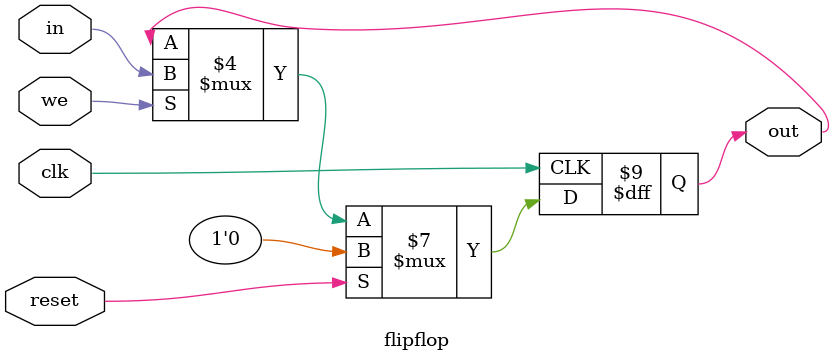
<source format=v>
`ifndef _flipflop
`define _flipflop

module flipflop(
	input wire clk,
	input wire reset,
	input wire we,
	input wire [N-1:0] in,
	output reg [N-1:0] out = {N{1'b0}}
);

parameter N = 1;
parameter INIT = {N{1'b0}};

always @(posedge clk) begin
	if (reset)
		out <= INIT;
	else if (we)
		out <= in;
	else
		out <= out;
end

endmodule

`endif

</source>
